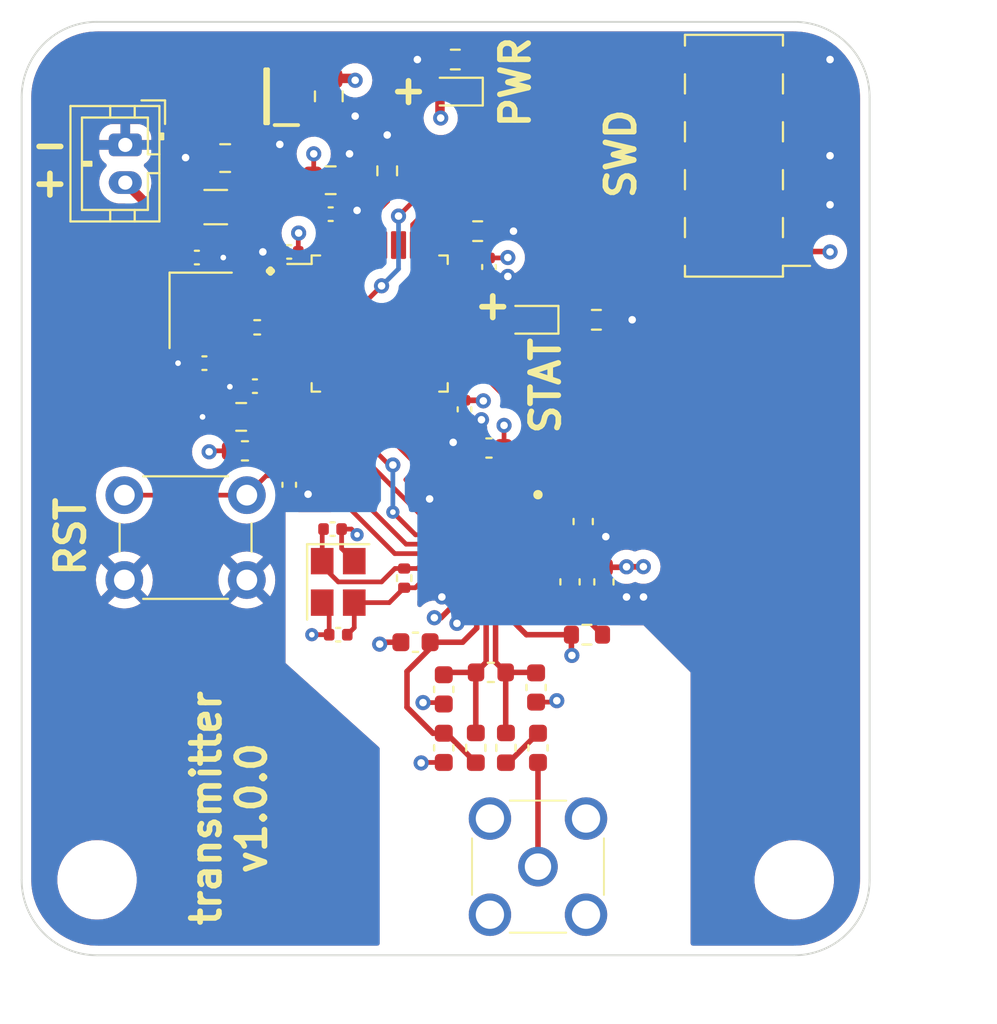
<source format=kicad_pcb>
(kicad_pcb (version 20211014) (generator pcbnew)
  (layers (0 "F.Cu" signal) (1 "In1.Cu" signal) (2 "In2.Cu" signal) (31 "B.Cu" signal) (34 "B.Paste" user) (35 "F.Paste" user) (36 "B.SilkS" user "B.Silkscreen") (37 "F.SilkS" user "F.Silkscreen") (38 "B.Mask" user) (39 "F.Mask" user) (44 "Edge.Cuts" user))
  (net 0 "")
  (net 1 "GND")
  (net 2 "+3V3")
  (net 3 "Net-(C2-Pad1)")
  (net 4 "Net-(C3-Pad2)")
  (net 5 "XC1")
  (net 6 "XC2")
  (net 7 "Net-(C12-Pad1)")
  (net 8 "Net-(C10-Pad2)")
  (net 9 "Net-(C11-Pad1)")
  (net 10 "Net-(C13-Pad1)")
  (net 11 "Net-(C13-Pad2)")
  (net 12 "OSC_IN")
  (net 13 "Net-(C20-Pad1)")
  (net 14 "+3.3VA")
  (net 15 "NRST")
  (net 16 "Net-(D1-Pad1)")
  (net 17 "Net-(D2-Pad1)")
  (net 18 "STATUS")
  (net 19 "+3V7")
  (net 20 "TRX_CE")
  (net 21 "PWR_UP")
  (net 22 "UPCLK")
  (net 23 "CD")
  (net 24 "AM")
  (net 25 "DR")
  (net 26 "SPI_MISO")
  (net 27 "SPI_MOSI")
  (net 28 "SPI_SCK")
  (net 29 "SPI_CSN")
  (net 30 "Net-(IC1-Pad23)")
  (net 31 "TX_EN")
  (net 33 "SWDIO")
  (net 34 "SWCLK")
  (net 35 "SWO")
  (net 38 "BOOT0")
  (net 39 "OSC_OUT")
  (net 40 "BOOT1")
  (footprint "Capacitor_SMD:C_0603_1608Metric" (layer "F.Cu") (at 68.4 60.5 -90)
    (fp_text reference "C12")
    (fp_text value "2.2p/0603")
  )
  (footprint "Crystal:Crystal_SMD_3225-4Pin_3.2x2.5mm" (layer "F.Cu") (at 62.8 51.7 -90)
    (fp_text reference "X1")
    (fp_text value "16MHZ")
  )
  (footprint "Capacitor_SMD:C_0402_1005Metric" (layer "F.Cu") (at 70.8 35 -90)
    (fp_text reference "C16")
    (fp_text value "100n/0402")
  )
  (footprint "Capacitor_SMD:C_0603_1608Metric" (layer "F.Cu") (at 73.3 57.3 90)
    (fp_text reference "C10")
    (fp_text value "3.9p/0603")
  )
  (footprint "Fiducial:Fiducial_1mm_Mask2mm" (layer "F.Cu") (at 50 37)
    (fp_text reference "FID1")
    (fp_text value "Fiducial")
  )
  (footprint "Capacitor_SMD:C_0805_2012Metric" (layer "F.Cu") (at 56.8 29.225 180)
    (fp_text reference "C2")
    (fp_text value "10u/0805")
  )
  (footprint "Resistor_SMD:R_0603_1608Metric" (layer "F.Cu") (at 69.0125 24 180)
    (fp_text reference "R3")
    (fp_text value "1k5/0603")
  )
  (footprint "Capacitor_SMD:C_0805_2012Metric" (layer "F.Cu") (at 57.65 42.95 180)
    (fp_text reference "C21")
    (fp_text value "10u/0805")
  )
  (footprint "Capacitor_SMD:C_0402_1005Metric" (layer "F.Cu") (at 55.7 40.1 180)
    (fp_text reference "C20")
    (fp_text value "10p/0402")
  )
  (footprint "LED_SMD:LED_0603_1608Metric" (layer "F.Cu") (at 68.9875 25.7 180)
    (fp_text reference "D1")
    (fp_text value "RED")
  )
  (footprint "Resistor_SMD:R_0603_1608Metric" (layer "F.Cu") (at 70.2 33.1)
    (fp_text reference "R6")
    (fp_text value "10k/0603")
  )
  (footprint "MountingHole:MountingHole_3.2mm_M3" (layer "F.Cu") (at 87 67.5)
    (fp_text reference "H4")
    (fp_text value "MountingHole")
  )
  (footprint "Connector_JST:JST_PH_B2B-PH-K_1x02_P2.00mm_Vertical" (layer "F.Cu") (at 51.5 28.525 -90)
    (fp_text reference "J1")
    (fp_text value "Battery input")
  )
  (footprint "Capacitor_SMD:C_0603_1608Metric" (layer "F.Cu") (at 76.9 51.7 -90)
    (fp_text reference "C6")
    (fp_text value "33p/0603")
  )
  (footprint "Capacitor_SMD:C_0603_1608Metric" (layer "F.Cu") (at 75.8 48.5 90)
    (fp_text reference "C3")
    (fp_text value "10n/0603")
  )
  (footprint "Resistor_SMD:R_0603_1608Metric" (layer "F.Cu") (at 65.4 29.9 90)
    (fp_text reference "R4")
    (fp_text value "10k/0603")
  )
  (footprint "Capacitor_SMD:C_0402_1005Metric" (layer "F.Cu") (at 62.4 32.2)
    (fp_text reference "C15")
    (fp_text value "100n/0402")
  )
  (footprint "Capacitor_SMD:C_0402_1005Metric" (layer "F.Cu") (at 60.2 34.2 180)
    (fp_text reference "C17")
    (fp_text value "100n/0402")
  )
  (footprint "MountingHole:MountingHole_3.2mm_M3" (layer "F.Cu") (at 50 67.5)
    (fp_text reference "H1")
    (fp_text value "MountingHole")
  )
  (footprint "Fiducial:Fiducial_1mm_Mask2mm" (layer "F.Cu") (at 50 61.4)
    (fp_text reference "FID3")
    (fp_text value "Fiducial")
  )
  (footprint "Inductor_SMD:L_0603_1608Metric" (layer "F.Cu") (at 70.1 60.5 90)
    (fp_text reference "L3")
    (fp_text value "12n/0603")
  )
  (footprint "Inductor_SMD:L_0603_1608Metric" (layer "F.Cu") (at 57.85 44.75)
    (fp_text reference "FB1")
    (fp_text value "100@100MHz/0603")
  )
  (footprint "Fiducial:Fiducial_1mm_Mask2mm" (layer "F.Cu") (at 87.2 39)
    (fp_text reference "FID2")
    (fp_text value "Fiducial")
  )
  (footprint "Crystal:Crystal_SMD_3225-4Pin_3.2x2.5mm" (layer "F.Cu") (at 55.5 37.3 -90)
    (fp_text reference "X2")
    (fp_text value "16MHZ")
  )
  (footprint "Resistor_SMD:R_0402_1005Metric" (layer "F.Cu") (at 66.3 51.5 90)
    (fp_text reference "R1")
    (fp_text value "1M/0402")
  )
  (footprint "Inductor_SMD:L_0603_1608Metric" (layer "F.Cu") (at 70.9 56.5 180)
    (fp_text reference "L1")
    (fp_text value "12n/0603")
  )
  (footprint "Capacitor_SMD:C_0603_1608Metric" (layer "F.Cu") (at 75.1 51.7 -90)
    (fp_text reference "C9")
    (fp_text value "4.7n/0603")
  )
  (footprint "CONREVSMA001:CONREVSMA001G" (layer "F.Cu") (at 73.4 66.8)
    (fp_text reference "J2")
    (fp_text value "CONREVSMA001-G" hide)
  )
  (footprint "nrf905:nrf905" (layer "F.Cu") (at 70.9 49.95 -90)
    (fp_text reference "IC1")
    (fp_text value "nRF905" hide)
  )
  (footprint "Resistor_SMD:R_0603_1608Metric" (layer "F.Cu") (at 76.5 37.8)
    (fp_text reference "R7")
    (fp_text value "1k5/0603")
  )
  (footprint "Fiducial:Fiducial_1mm_Mask2mm" (layer "F.Cu") (at 87 61)
    (fp_text reference "FID4")
    (fp_text value "Fiducial")
  )
  (footprint "Resistor_SMD:R_0402_1005Metric" (layer "F.Cu") (at 58.5 38.2)
    (fp_text reference "R5")
    (fp_text value "47R/0402")
  )
  (footprint "Capacitor_SMD:C_0805_2012Metric" (layer "F.Cu") (at 62.4 30.4)
    (fp_text reference "C14")
    (fp_text value "10u/0805")
  )
  (footprint "Resistor_SMD:R_0603_1608Metric" (layer "F.Cu") (at 76 54.5 180)
    (fp_text reference "R2")
    (fp_text value "22k/0603")
  )
  (footprint "Button_Switch_THT:SW_PUSH_6mm" (layer "F.Cu") (at 51.45 47.1)
    (fp_text reference "SW1")
    (fp_text value "SW_Push")
  )
  (footprint "Capacitor_SMD:C_0603_1608Metric" (layer "F.Cu") (at 73.4 60.5 -90)
    (fp_text reference "C13")
    (fp_text value "33p/0603")
  )
  (footprint "Inductor_SMD:L_0603_1608Metric" (layer "F.Cu") (at 71.7 60.5 -90)
    (fp_text reference "L2")
    (fp_text value "12n/0603")
  )
  (footprint "Capacitor_SMD:C_0805_2012Metric" (layer "F.Cu") (at 62.3 25.95 -90)
    (fp_text reference "C8")
    (fp_text value "10u/0805")
  )
  (footprint "MCP1700T-3302E_TT:MCP1700T-3302E_TT" (layer "F.Cu") (at 59 25.95 180)
    (fp_text reference "IC2")
    (fp_text value "MCP1700T-3302E_TT" hide)
  )
  (footprint "Capacitor_SMD:C_0402_1005Metric" (layer "F.Cu") (at 62.5 48.9)
    (fp_text reference "C4")
    (fp_text value "10p/0402")
  )
  (footprint "Package_QFP:LQFP-48_7x7mm_P0.5mm" (layer "F.Cu") (at 65 38)
    (fp_text reference "U1")
    (fp_text value "STM32F103C8Tx")
  )
  (footprint "Capacitor_SMD:C_0603_1608Metric" (layer "F.Cu") (at 66.9 54.9 180)
    (fp_text reference "C7")
    (fp_text value "3.3n/0603")
  )
  (footprint "LED_SMD:LED_0603_1608Metric" (layer "F.Cu") (at 73 37.8 180)
    (fp_text reference "D2")
    (fp_text value "RED")
  )
  (footprint "Capacitor_SMD:C_0402_1005Metric" (layer "F.Cu") (at 55.3 34.5)
    (fp_text reference "C19")
    (fp_text value "10p/0402")
  )
  (footprint "Connector_PinHeader_2.54mm:PinHeader_2x05_P2.54mm_Vertical_SMD" (layer "F.Cu") (at 83.8 29.1 180)
    (fp_text reference "J3")
    (fp_text value "SWD")
  )
  (footprint "Capacitor_SMD:C_0402_1005Metric" (layer "F.Cu") (at 69.5 42.55 -90)
    (fp_text reference "C18")
    (fp_text value "100n/0402")
  )
  (footprint "Capacitor_SMD:C_0402_1005Metric" (layer "F.Cu") (at 60.2 46.55 -90)
    (fp_text reference "C23")
    (fp_text value "100n/0402")
  )
  (footprint "Capacitor_SMD:C_0603_1608Metric" (layer "F.Cu") (at 70.8 44.6)
    (fp_text reference "C1")
    (fp_text value "33p/0603")
  )
  (footprint "Capacitor_SMD:C_0402_1005Metric" (layer "F.Cu") (at 62.8 54.5 180)
    (fp_text reference "C5")
    (fp_text value "10p/0402")
  )
  (footprint "Capacitor_SMD:C_0402_1005Metric" (layer "F.Cu") (at 58.38 41.32 180)
    (fp_text reference "C22")
    (fp_text value "10n/0402")
  )
  (footprint "Capacitor_SMD:C_0603_1608Metric" (layer "F.Cu") (at 68.4 57.4 -90)
    (fp_text reference "C11")
    (fp_text value "3.9p/0603")
  )
  (footprint "Fuse:Fuse_1206_3216Metric" (layer "F.Cu") (at 56.3 31.825)
    (fp_text reference "F1")
    (fp_text value "ASMD1206-050")
  )
  (gr_arc (start 46 26) (mid 47.171573 23.171573) (end 50 22) (layer "Edge.Cuts") (width 0.1))
  (gr_line (start 91 26) (end 91 67.5) (layer "Edge.Cuts") (width 0.1))
  (gr_line (start 87 71.5) (end 50 71.5) (layer "Edge.Cuts") (width 0.1))
  (gr_arc (start 87 22) (mid 89.828427 23.171573) (end 91 26) (layer "Edge.Cuts") (width 0.1))
  (gr_line (start 46 67.5) (end 46 26) (layer "Edge.Cuts") (width 0.1))
  (gr_arc (start 50 71.5) (mid 47.171573 70.328427) (end 46 67.5) (layer "Edge.Cuts") (width 0.1))
  (gr_line (start 50 22) (end 87 22) (layer "Edge.Cuts") (width 0.1))
  (gr_arc (start 91 67.5) (mid 89.828427 70.328427) (end 87 71.5) (layer "Edge.Cuts") (width 0.1))
  (gr_text "transmitter\nv1.0.0" (at 57 63.7 90) (layer "F.SilkS") (effects (font (size 1.5 1.5) (thickness 0.3))))
  (gr_text "+" (at 71 37) (layer "F.SilkS") (effects (font (size 1.5 1.5) (thickness 0.3))))
  (gr_text "RST" (at 48.6 49.3 90) (layer "F.SilkS") (effects (font (size 1.5 1.5) (thickness 0.3))))
  (gr_text "." (at 59.2 34.4) (layer "F.SilkS") (effects (font (size 2 2) (thickness 0.3))))
  (gr_text "PWR" (at 72.2 25.2 90) (layer "F.SilkS") (effects (font (size 1.5 1.5) (thickness 0.3))))
  (gr_text "+" (at 47.5 30.5) (layer "F.SilkS") (effects (font (size 1.5 1.5) (thickness 0.3))))
  (gr_text "SWD" (at 77.8 29 90) (layer "F.SilkS") (effects (font (size 1.5 1.5) (thickness 0.3))))
  (gr_text "-" (at 47.5 28.5) (layer "F.SilkS") (effects (font (size 1.5 1.5) (thickness 0.3))))
  (gr_text "STAT" (at 73.8 41.3 90) (layer "F.SilkS") (effects (font (size 1.5 1.5) (thickness 0.3))))
  (gr_text "+" (at 66.6375 25.7 270) (layer "F.SilkS") (effects (font (size 1.5 1.5) (thickness 0.3))))
  (segment (start 62.4 27) (end 62.3 26.9) (width 0.5) (layer "F.Cu") (net 1))
  (segment (start 86.385 31.7) (end 86.325 31.64) (width 0.29337) (layer "F.Cu") (net 1))
  (segment (start 67 24) (end 68.1875 24) (width 0.5) (layer "F.Cu") (net 1))
  (segment (start 60.05 26.9) (end 62.3 26.9) (width 0.5) (layer "F.Cu") (net 1))
  (segment (start 88.9 31.7) (end 86.385 31.7) (width 0.29337) (layer "F.Cu") (net 1))
  (segment (start 70.53 35.75) (end 70.8 35.48) (width 0.25) (layer "F.Cu") (net 1))
  (segment (start 70.8 35.48) (end 71.78 35.48) (width 0.25) (layer "F.Cu") (net 1))
  (segment (start 63.8 32) (end 63.08 32) (width 0.25) (layer "F.Cu") (net 1))
  (segment (start 61.18 47.03) (end 61.2 47.05) (width 0.25) (layer "F.Cu") (net 1))
  (segment (start 62.75 33.8375) (end 62.75 32.33) (width 0.25) (layer "F.Cu") (net 1))
  (segment (start 73.35 49.2) (end 75.725 49.2) (width 0.25) (layer "F.Cu") (net 1))
  (segment (start 68.3 52.5) (end 68.3 51.85) (width 0.25) (layer "F.Cu") (net 1))
  (segment (start 62.88 30.87) (end 63.35 30.4) (width 0.25) (layer "F.Cu") (net 1))
  (segment (start 63.4 30.35) (end 63.35 30.4) (width 0.25) (layer "F.Cu") (net 1))
  (segment (start 63.7 27) (end 62.4 27) (width 0.5) (layer "F.Cu") (net 1))
  (segment (start 76.925 52.5) (end 76.9 52.475) (width 0.29337) (layer "F.Cu") (net 1))
  (segment (start 70.65 47.5) (end 70.65 45.225) (width 0.3) (layer "F.Cu") (net 1))
  (segment (start 67.225 61.275) (end 67.2 61.3) (width 0.25) (layer "F.Cu") (net 1))
  (segment (start 67.3 58.1) (end 68.325 58.1) (width 0.25) (layer "F.Cu") (net 1))
  (segment (start 76.975 49.275) (end 77 49.3) (width 0.25) (layer "F.Cu") (net 1))
  (segment (start 69.1 53.9) (end 69.65 53.35) (width 0.29337) (layer "F.Cu") (net 1))
  (segment (start 75.025 52.4) (end 75.1 52.475) (width 0.3) (layer "F.Cu") (net 1))
  (segment (start 69.28048 43.24952) (end 69.5 43.03) (width 0.25) (layer "F.Cu") (net 1))
  (segment (start 68.9 44.3) (end 69.725 44.3) (width 0.25) (layer "F.Cu") (net 1))
  (segment (start 55.22 38.97) (end 54.65 38.4) (width 0.3) (layer "F.Cu") (net 1))
  (segment (start 62.75 32.33) (end 62.88 32.2) (width 0.25) (layer "F.Cu") (net 1))
  (segment (start 63.08 32) (end 62.88 32.2) (width 0.25) (layer "F.Cu") (net 1))
  (segment (start 62.32 54.5) (end 61.4 54.5) (width 0.25) (layer "F.Cu") (net 1))
  (segment (start 88.9 29.1) (end 86.325 29.1) (width 0.29337) (layer "F.Cu") (net 1))
  (segment (start 58.8 34.2) (end 59.72 34.2) (width 0.25) (layer "F.Cu") (net 1))
  (segment (start 62.32 53.17) (end 61.95 52.8) (width 0.25) (layer "F.Cu") (net 1))
  (segment (start 68.325 58.1) (end 68.4 58.175) (width 0.25) (layer "F.Cu") (net 1))
  (segment (start 67.65 47.3) (end 67.65 47.4) (width 0.25) (layer "F.Cu") (net 1))
  (segment (start 60.2 47.03) (end 61.18 47.03) (width 0.25) (layer "F.Cu") (net 1))
  (segment (start 75.1 52.475) (end 76.9 52.475) (width 0.3) (layer "F.Cu") (net 1))
  (segment (start 62.98 49.93) (end 63.65 50.6) (width 0.25) (layer "F.Cu") (net 1))
  (segment (start 69.65 53.35) (end 69.65 52.4) (width 0.29337) (layer "F.Cu") (net 1))
  (segment (start 69.725 44.3) (end 70.025 44.6) (width 0.25) (layer "F.Cu") (net 1))
  (segment (start 57.08 41.32) (end 57.05 41.35) (width 0.25) (layer "F.Cu") (net 1))
  (segment (start 75.725 49.2) (end 75.8 49.275) (width 0.25) (layer "F.Cu") (net 1))
  (segment (start 57.9 41.32) (end 57.08 41.32) (width 0.25) (layer "F.Cu") (net 1))
  (segment (start 67.25 43.000361) (end 67.499159 43.24952) (width 0.25) (layer "F.Cu") (net 1))
  (segment (start 75.175 54.5) (end 72.785556 54.5) (width 0.29337) (layer "F.Cu") (net 1))
  (segment (start 72.1 33.1) (end 71.025 33.1) (width 0.25) (layer "F.Cu") (net 1))
  (segment (start 77.325 37.8) (end 78.4 37.8) (width 0.25) (layer "F.Cu") (net 1))
  (segment (start 55.22 40.1) (end 55.22 38.97) (width 0.3) (layer "F.Cu") (net 1))
  (segment (start 67.499159 43.24952) (end 69.28048 43.24952) (width 0.25) (layer "F.Cu") (net 1))
  (segment (start 60.8375 38.75) (end 59.85 38.75) (width 0.25) (layer "F.Cu") (net 1))
  (segment (start 71.65 53.364443) (end 72.392778 54.107222) (width 0.29337) (layer "F.Cu") (net 1))
  (segment (start 68.3 51.85) (end 68.45 51.7) (width 0.25) (layer "F.Cu") (net 1))
  (segment (start 72.785556 54.5) (end 72.392778 54.107222) (width 0.29337) (layer "F.Cu") (net 1))
  (segment (start 57.9 40.7) (end 57.9 41.32) (width 0.25) (layer "F.Cu") (net 1))
  (segment (start 67.25 42.1625) (end 67.25 43.000361) (width 0.25) (layer "F.Cu") (net 1))
  (segment (start 67.65 47.4) (end 68.45 48.2) (width 0.25) (layer "F.Cu") (net 1))
  (segment (start 63.5 48.9) (end 63.8 49.2) (width 0.25) (layer "F.Cu") (net 1))
  (segment (start 55.78 34.5) (end 55.78 35.63) (width 0.3) (layer "F.Cu") (net 1))
  (segment (start 65.1 54.9) (end 65 55) (width 0.29337) (layer "F.Cu") (net 1))
  (segment (start 55.22 40.1) (end 54.3 40.1) (width 0.3) (layer "F.Cu") (net 1))
  (segment (start 66.125 54.9) (end 65.1 54.9) (width 0.29337) (layer "F.Cu") (net 1))
  (segment (start 59.7 28.5) (end 59.7 27.25) (width 0.5) (layer "F.Cu") (net 1))
  (segment (start 73.35 49.2) (end 73.35 51.2) (width 0.25) (layer "F.Cu") (net 1))
  (segment (start 70.33 43.03) (end 70.4 43.1) (width 0.25) (layer "F.Cu") (net 1))
  (segment (start 78.1 52.5) (end 76.925 52.5) (width 0.29337) (layer "F.Cu") (net 1))
  (segment (start 75.175 54.5) (end 75.175 55.575) (width 0.29337) (layer "F.Cu") (net 1))
  (segment (start 62.98 48.9) (end 62.98 49.93) (width 0.25) (layer "F.Cu") (net 1))
  (segment (start 59.7 27.25) (end 60.05 26.9) (width 0.5) (layer "F.Cu") (net 1))
  (segment (start 55.78 34.5) (end 56.7 34.5) (width 0.3) (layer "F.Cu") (net 1))
  (segment (start 69.5 43.03) (end 70.33 43.03) (width 0.25) (layer "F.Cu") (net 1))
  (segment (start 74.325 58.075) (end 74.4 58) (width 0.25) (layer "F.Cu") (net 1))
  (segment (start 56.7 42.95) (end 55.6 42.95) (width 0.25) (layer "F.Cu") (net 1))
  (segment (start 69.1625 35.75) (end 70.53 35.75) (width 0.25) (layer "F.Cu") (net 1))
  (segment (start 55.78 35.63) (end 56.35 36.2) (width 0.3) (layer "F.Cu") (net 1))
  (segment (start 70.65 45.225) (end 70.025 44.6) (width 0.3) (layer "F.Cu") (net 1))
  (segment (start 62.88 32.2) (end 62.88 30.87) (width 0.25) (layer "F.Cu") (net 1))
  (segment (start 73.3 58.075) (end 74.325 58.075) (width 0.25) (layer "F.Cu") (net 1))
  (segment (start 54.7 29.2) (end 55.825 29.2) (width 0.25) (layer "F.Cu") (net 1))
  (segment (start 79 52.5) (end 78.1 52.5) (width 0.29337) (layer "F.Cu") (net 1))
  (segment (start 71.65 52.4) (end 71.65 53.364443) (width 0.29337) (layer "F.Cu") (net 1))
  (segment (start 62.32 54.5) (end 62.32 53.17) (width 0.25) (layer "F.Cu") (net 1))
  (segment (start 63.4 29) (end 63.4 30.35) (width 0.25) (layer "F.Cu") (net 1))
  (segment (start 62.98 48.9) (end 63.5 48.9) (width 0.25) (layer "F.Cu") (net 1))
  (segment (start 75.8 49.275) (end 76.975 49.275) (width 0.25) (layer "F.Cu") (net 1))
  (segment (start 68.4 61.275) (end 67.225 61.275) (width 0.25) (layer "F.Cu") (net 1))
  (segment (start 86.345 24) (end 86.325 24.02) (width 0.29337) (layer "F.Cu") (net 1))
  (segment (start 55.825 29.2) (end 55.85 29.225) (width 0.25) (layer "F.Cu") (net 1))
  (segment (start 65.4 28) (end 65.4 29.075) (width 0.25) (layer "F.Cu") (net 1))
  (segment (start 75.175 55.575) (end 75.2 55.6) (width 0.29337) (layer "F.Cu") (net 1))
  (segment (start 59.85 38.75) (end 57.9 40.7) (width 0.25) (layer "F.Cu") (net 1))
  (segment (start 72.65 52.4) (end 75.025 52.4) (width 0.3) (layer "F.Cu") (net 1))
  (segment (start 88.9 24) (end 86.345 24) (width 0.29337) (layer "F.Cu") (net 1))
  (segment (start 71.78 35.48) (end 71.8 35.5) (width 0.25) (layer "F.Cu") (net 1))
  (via (at 54.3 40.1) (size 0.7) (drill 0.3) (layers "F.Cu" "B.Cu") (net 1))
  (via (at 63.4 29) (size 0.8) (drill 0.4) (layers "F.Cu" "B.Cu") (net 1))
  (via (at 75.2 55.6) (size 0.8) (drill 0.4) (layers "F.Cu" "B.Cu") (net 1))
  (via (at 61.2 47.05) (size 0.8) (drill 0.4) (layers "F.Cu" "B.Cu") (net 1))
  (via (at 65 55) (size 0.8) (drill 0.4) (layers "F.Cu" "B.Cu") (net 1))
  (via (at 88.9 31.7) (size 0.8) (drill 0.4) (layers "F.Cu" "B.Cu") (net 1))
  (via (at 61.4 54.5) (size 0.7) (drill 0.3) (layers "F.Cu" "B.Cu") (net 1))
  (via (at 72.1 33.1) (size 0.8) (drill 0.4) (layers "F.Cu" "B.Cu") (net 1))
  (via (at 54.7 29.2) (size 0.8) (drill 0.4) (layers "F.Cu" "B.Cu") (net 1))
  (via (at 67.65 47.3) (size 0.8) (drill 0.4) (layers "F.Cu" "B.Cu") (net 1))
  (via (at 59.7 28.5) (size 0.8) (drill 0.4) (layers "F.Cu" "B.Cu") (net 1))
  (via (at 69.1 53.9) (size 0.8) (drill 0.4) (layers "F.Cu" "B.Cu") (net 1))
  (via (at 65.4 28) (size 0.8) (drill 0.4) (layers "F.Cu" "B.Cu") (net 1))
  (via (at 88.9 29.1) (size 0.8) (drill 0.4) (layers "F.Cu" "B.Cu") (net 1))
  (via (at 68.3 52.5) (size 0.8) (drill 0.4) (layers "F.Cu" "B.Cu") (net 1))
  (via (at 71.8 35.5) (size 0.8) (drill 0.4) (layers "F.Cu" "B.Cu") (net 1))
  (via (at 67.3 58.1) (size 0.8) (drill 0.4) (layers "F.Cu" "B.Cu") (net 1))
  (via (at 58.8 34.2) (size 0.8) (drill 0.4) (layers "F.Cu" "B.Cu") (net 1))
  (via (at 78.4 37.8) (size 0.8) (drill 0.4) (layers "F.Cu" "B.Cu") (net 1))
  (via (at 63.7 27) (size 0.8) (drill 0.4) (layers "F.Cu" "B.Cu") (net 1))
  (via (at 63.8 49.2) (size 0.7) (drill 0.3) (layers "F.Cu" "B.Cu") (net 1))
  (via (at 78.1 52.5) (size 0.8) (drill 0.4) (layers "F.Cu" "B.Cu") (net 1))
  (via (at 67.2 61.3) (size 0.8) (drill 0.4) (layers "F.Cu" "B.Cu") (net 1))
  (via (at 55.6 42.95) (size 0.7) (drill 0.3) (layers "F.Cu" "B.Cu") (net 1))
  (via (at 56.7 34.5) (size 0.7) (drill 0.3) (layers "F.Cu" "B.Cu") (net 1))
  (via (at 63.8 32) (size 0.8) (drill 0.4) (layers "F.Cu" "B.Cu") (net 1))
  (via (at 88.9 24) (size 0.8) (drill 0.4) (layers "F.Cu" "B.Cu") (net 1))
  (via (at 79 52.5) (size 0.8) (drill 0.4) (layers "F.Cu" "B.Cu") (net 1))
  (via (at 70.4 43.1) (size 0.8) (drill 0.4) (layers "F.Cu" "B.Cu") (net 1))
  (via (at 67 24) (size 0.8) (drill 0.4) (layers "F.Cu" "B.Cu") (net 1))
  (via (at 57.05 41.35) (size 0.7) (drill 0.3) (layers "F.Cu" "B.Cu") (net 1))
  (via (at 77 49.3) (size 0.8) (drill 0.4) (layers "F.Cu" "B.Cu") (net 1))
  (via (at 68.9 44.3) (size 0.8) (drill 0.4) (layers "F.Cu" "B.Cu") (net 1))
  (via (at 74.4 58) (size 0.8) (drill 0.4) (layers "F.Cu" "B.Cu") (net 1))
  (segment (start 60.8375 34.3575) (end 60.68 34.2) (width 0.25) (layer "F.Cu") (net 2))
  (segment (start 67.8425 42.07) (end 67.75 42.1625) (width 0.3) (layer "F.Cu") (net 2))
  (segment (start 57.0625 44.75) (end 56 44.75) (width 0.25) (layer "F.Cu") (net 2))
  (segment (start 61.45 30.4) (end 61.45 31.73) (width 0.25) (layer "F.Cu") (net 2))
  (segment (start 88.88 34.18) (end 88.9 34.2) (width 0.29337) (layer "F.Cu") (net 2))
  (segment (start 78.075 50.925) (end 78.1 50.9) (width 0.3) (layer "F.Cu") (net 2))
  (segment (start 70.8 34.52) (end 71.78 34.52) (width 0.25) (layer "F.Cu") (net 2))
  (segment (start 76.9 50.925) (end 78.075 50.925) (width 0.3) (layer "F.Cu") (net 2))
  (segment (start 71.6 44.575) (end 71.575 44.6) (width 0.25) (layer "F.Cu") (net 2))
  (segment (start 62.25 33.8375) (end 62.25 32.53) (width 0.25) (layer "F.Cu") (net 2))
  (segment (start 71.15 47.5) (end 71.15 45.025) (width 0.3) (layer "F.Cu") (net 2))
  (segment (start 75.1 50.925) (end 76.9 50.925) (width 0.3) (layer "F.Cu") (net 2))
  (segment (start 69.15 52.705282) (end 69.15 52.4) (width 0.29337) (layer "F.Cu") (net 2))
  (segment (start 60.05 25) (end 62.3 25) (width 0.5) (layer "F.Cu") (net 2))
  (segment (start 68.255282 53.6) (end 69.15 52.705282) (width 0.29337) (layer "F.Cu") (net 2))
  (segment (start 61.5 30.35) (end 61.45 30.4) (width 0.25) (layer "F.Cu") (net 2))
  (segment (start 61.45 31.73) (end 61.92 32.2) (width 0.25) (layer "F.Cu") (net 2))
  (segment (start 63.6 25) (end 63.7 25.1) (width 0.5) (layer "F.Cu") (net 2))
  (segment (start 86.325 34.18) (end 88.88 34.18) (width 0.29337) (layer "F.Cu") (net 2))
  (segment (start 62.25 32.53) (end 61.92 32.2) (width 0.25) (layer "F.Cu") (net 2))
  (segment (start 62.3 25) (end 63.6 25) (width 0.5) (layer "F.Cu") (net 2))
  (segment (start 69.5 42.07) (end 67.8425 42.07) (width 0.3) (layer "F.Cu") (net 2))
  (segment (start 69.5 42.07) (end 70.47 42.07) (width 0.3) (layer "F.Cu") (net 2))
  (segment (start 56 44.75) (end 55.95 44.8) (width 0.25) (layer "F.Cu") (net 2))
  (segment (start 70.8 34.52) (end 69.8925 34.52) (width 0.25) (layer "F.Cu") (net 2))
  (segment (start 78.1 50.9) (end 78.985887 50.9) (width 0.3) (layer "F.Cu") (net 2))
  (segment (start 60.68 34.2) (end 60.68 33.22) (width 0.25) (layer "F.Cu") (net 2))
  (segment (start 71.6 43.4) (end 71.6 44.575) (width 0.25) (layer "F.Cu") (net 2))
  (segment (start 71.78 34.52) (end 71.8 34.5) (width 0.25) (layer "F.Cu") (net 2))
  (segment (start 67.9 53.6) (end 68.255282 53.6) (width 0.29337) (layer "F.Cu") (net 2))
  (segment (start 68.2 25.7) (end 68.2 27.0625) (width 0.5) (layer "F.Cu") (net 2))
  (segment (start 61.5 29) (end 61.5 30.35) (width 0.25) (layer "F.Cu") (net 2))
  (segment (start 60.68 33.22) (end 60.7 33.2) (width 0.25) (layer "F.Cu") (net 2))
  (segment (start 74.325 51.7) (end 75.1 50.925) (width 0.3) (layer "F.Cu") (net 2))
  (segment (start 68.2 27.0625) (end 68.2375 27.1) (width 0.5) (layer "F.Cu") (net 2))
  (segment (start 78.985887 50.9) (end 78.992988 50.892899) (width 0.3) (layer "F.Cu") (net 2))
  (segment (start 73.35 51.7) (end 74.325 51.7) (width 0.3) (layer "F.Cu") (net 2))
  (segment (start 60.8375 35.25) (end 60.8375 34.3575) (width 0.25) (layer "F.Cu") (net 2))
  (segment (start 70.47 42.07) (end 70.5 42.1) (width 0.3) (layer "F.Cu") (net 2))
  (segment (start 69.8925 34.52) (end 69.1625 35.25) (width 0.25) (layer "F.Cu") (net 2))
  (via (at 78.992988 50.892899) (size 0.8) (drill 0.4) (layers "F.Cu" "B.Cu") (net 2))
  (via (at 63.7 25.1) (size 0.8) (drill 0.4) (layers "F.Cu" "B.Cu") (net 2))
  (via (at 78.1 50.9) (size 0.8) (drill 0.4) (layers "F.Cu" "B.Cu") (net 2))
  (via (at 61.5 29) (size 0.8) (drill 0.4) (layers "F.Cu" "B.Cu") (net 2))
  (via (at 88.9 34.2) (size 0.8) (drill 0.4) (layers "F.Cu" "B.Cu") (net 2))
  (via (at 71.6 43.4) (size 0.8) (drill 0.4) (layers "F.Cu" "B.Cu") (net 2))
  (via (at 68.2375 27.1) (size 0.8) (drill 0.4) (layers "F.Cu" "B.Cu") (net 2))
  (via (at 55.95 44.8) (size 0.8) (drill 0.4) (layers "F.Cu" "B.Cu") (net 2))
  (via (at 60.7 33.2) (size 0.8) (drill 0.4) (layers "F.Cu" "B.Cu") (net 2))
  (via (at 71.8 34.5) (size 0.8) (drill 0.4) (layers "F.Cu" "B.Cu") (net 2))
  (via (at 67.9 53.6) (size 0.8) (drill 0.4) (layers "F.Cu" "B.Cu") (net 2))
  (via (at 70.5 42.1) (size 0.8) (drill 0.4) (layers "F.Cu" "B.Cu") (net 2))
  (segment (start 57.75 29.225) (end 57.75 26.15) (width 0.5) (layer "F.Cu") (net 3))
  (segment (start 57.7 31.825) (end 57.7 29.275) (width 0.5) (layer "F.Cu") (net 3))
  (segment (start 57.7 29.275) (end 57.75 29.225) (width 0.5) (layer "F.Cu") (net 3))
  (segment (start 57.75 26.15) (end 57.95 25.95) (width 0.5) (layer "F.Cu") (net 3))
  (segment (start 74.825 48.7) (end 75.8 47.725) (width 0.25) (layer "F.Cu") (net 4))
  (segment (start 73.35 48.7) (end 74.825 48.7) (width 0.25) (layer "F.Cu") (net 4))
  (segment (start 62.8 51.7) (end 61.95 50.85) (width 0.25) (layer "F.Cu") (net 5))
  (segment (start 66.3 50.99) (end 65.81 50.99) (width 0.25) (layer "F.Cu") (net 5))
  (segment (start 67.3 50.7) (end 68.45 50.7) (width 0.25) (layer "F.Cu") (net 5))
  (segment (start 61.95 50.6) (end 61.95 48.97) (width 0.25) (layer "F.Cu") (net 5))
  (segment (start 67.01 50.99) (end 67.3 50.7) (width 0.25) (layer "F.Cu") (net 5))
  (segment (start 65.81 50.99) (end 65.1 51.7) (width 0.25) (layer "F.Cu") (net 5))
  (segment (start 61.95 50.85) (end 61.95 50.6) (width 0.25) (layer "F.Cu") (net 5))
  (segment (start 65.1 51.7) (end 62.8 51.7) (width 0.25) (layer "F.Cu") (net 5))
  (segment (start 66.3 50.99) (end 67.01 50.99) (width 0.25) (layer "F.Cu") (net 5))
  (segment (start 61.95 48.97) (end 62.02 48.9) (width 0.25) (layer "F.Cu") (net 5))
  (segment (start 65.51 52.8) (end 63.65 52.8) (width 0.25) (layer "F.Cu") (net 6))
  (segment (start 66.3 52.01) (end 66.89 52.01) (width 0.25) (layer "F.Cu") (net 6))
  (segment (start 66.89 52.01) (end 67.7 51.2) (width 0.25) (layer "F.Cu") (net 6))
  (segment (start 67.7 51.2) (end 68.45 51.2) (width 0.25) (layer "F.Cu") (net 6))
  (segment (start 63.65 52.8) (end 63.65 54.13) (width 0.25) (layer "F.Cu") (net 6))
  (segment (start 63.65 54.13) (end 63.28 54.5) (width 0.25) (layer "F.Cu") (net 6))
  (segment (start 66.3 52.01) (end 65.51 52.8) (width 0.25) (layer "F.Cu") (net 6))
  (segment (start 66.45 56.45) (end 67.675 55.225) (width 0.29337) (layer "F.Cu") (net 7))
  (segment (start 68.4 59.725) (end 67.825 59.725) (width 0.29337) (layer "F.Cu") (net 7))
  (segment (start 66.45 56.45) (end 66.45 58.35) (width 0.29337) (layer "F.Cu") (net 7))
  (segment (start 68.5375 59.725) (end 70.1 61.2875) (width 0.29337) (layer "F.Cu") (net 7))
  (segment (start 67.675 55.225) (end 67.675 54.9) (width 0.29337) (layer "F.Cu") (net 7))
  (segment (start 67.825 59.725) (end 66.45 58.35) (width 0.29337) (layer "F.Cu") (net 7))
  (segment (start 70.15 54.15) (end 70.15 52.4) (width 0.29337) (layer "F.Cu") (net 7))
  (segment (start 69.4 54.9) (end 70.15 54.15) (width 0.29337) (layer "F.Cu") (net 7))
  (segment (start 68.4 59.725) (end 68.5375 59.725) (width 0.29337) (layer "F.Cu") (net 7))
  (segment (start 67.675 54.9) (end 69.4 54.9) (width 0.29337) (layer "F.Cu") (net 7))
  (segment (start 71.15 52.4) (end 71.15 55.9625) (width 0.29337) (layer "F.Cu") (net 8))
  (segment (start 71.6875 59.7) (end 71.7 59.7125) (width 0.29337) (layer "F.Cu") (net 8))
  (segment (start 71.6875 56.5) (end 71.6875 59.7) (width 0.29337) (layer "F.Cu") (net 8))
  (segment (start 71.6875 56.5) (end 73.275 56.5) (width 0.29337) (layer "F.Cu") (net 8))
  (segment (start 71.15 55.9625) (end 71.6875 56.5) (width 0.29337) (layer "F.Cu") (net 8))
  (segment (start 73.275 56.5) (end 73.3 56.525) (width 0.29337) (layer "F.Cu") (net 8))
  (segment (start 68.525 56.5) (end 68.4 56.625) (width 0.29337) (layer "F.Cu") (net 9))
  (segment (start 70.1 59.7125) (end 70.1 56.5125) (width 0.29337) (layer "F.Cu") (net 9))
  (segment (start 70.1125 56.5) (end 68.525 56.5) (width 0.29337) (layer "F.Cu") (net 9))
  (segment (start 70.65 55.9625) (end 70.1125 56.5) (width 0.29337) (layer "F.Cu") (net 9))
  (segment (start 70.1 56.5125) (end 70.1125 56.5) (width 0.29337) (layer "F.Cu") (net 9))
  (segment (start 70.65 52.4) (end 70.65 55.9625) (width 0.29337) (layer "F.Cu") (net 9))
  (segment (start 71.8375 61.2875) (end 73.4 59.725) (width 0.29337) (layer "F.Cu") (net 10))
  (segment (start 71.7 61.2875) (end 71.8375 61.2875) (width 0.29337) (layer "F.Cu") (net 10))
  (segment (start 73.4 61.275) (end 73.4 66.8) (width 0.29337) (layer "F.Cu") (net 11))
  (segment (start 54.65 36.2) (end 54.65 36.3) (width 0.25) (layer "F.Cu") (net 12))
  (segment (start 54.65 36.3) (end 55.6 37.25) (width 0.25) (layer "F.Cu") (net 12))
  (segment (start 54.82 34.5) (end 54.82 36.03) (width 0.25) (layer "F.Cu") (net 12))
  (segment (start 54.82 36.03) (end 54.65 36.2) (width 0.25) (layer "F.Cu") (net 12))
  (segment (start 55.6 37.25) (end 60.8375 37.25) (width 0.25) (layer "F.Cu") (net 12))
  (segment (start 57.99 38.3) (end 56.35 38.3) (width 0.25) (layer "F.Cu") (net 13))
  (segment (start 56.18 40.1) (end 56.18 38.57) (width 0.25) (layer "F.Cu") (net 13))
  (segment (start 56.18 38.57) (end 56.35 38.4) (width 0.25) (layer "F.Cu") (net 13))
  (segment (start 60.000489 39.25) (end 60.8375 39.25) (width 0.25) (layer "F.Cu") (net 14))
  (segment (start 58.86 40.390489) (end 60.000489 39.25) (width 0.25) (layer "F.Cu") (net 14))
  (segment (start 58.86 41.32) (end 58.86 44.5275) (width 0.25) (layer "F.Cu") (net 14))
  (segment (start 58.86 44.5275) (end 58.6375 44.75) (width 0.25) (layer "F.Cu") (net 14))
  (segment (start 58.86 41.32) (end 58.86 40.390489) (width 0.25) (layer "F.Cu") (net 14))
  (segment (start 74.28 24.02) (end 81.275 24.02) (width 0.25) (layer "F.Cu") (net 15))
  (segment (start 63.3 39.8) (end 62.25 40.85) (width 0.25) (layer "F.Cu") (net 15))
  (segment (start 65.1 36) (end 62.85 38.25) (width 0.25) (layer "F.Cu") (net 15))
  (segment (start 60.2 46.07) (end 58.98 46.07) (width 0.25) (layer "F.Cu") (net 15))
  (segment (start 62.05 38.25) (end 60.8375 38.25) (width 0.25) (layer "F.Cu") (net 15))
  (segment (start 62.65 38.25) (end 62.05 38.25) (width 0.25) (layer "F.Cu") (net 15))
  (segment (start 58.98 46.07) (end 57.95 47.1) (width 0.25) (layer "F.Cu") (net 15))
  (segment (start 60.2 42.9) (end 60.2 46.07) (width 0.25) (layer "F.Cu") (net 15))
  (segment (start 62.25 40.85) (end 60.2 42.9) (width 0.25) (layer "F.Cu") (net 15))
  (segment (start 57.95 47.1) (end 51.45 47.1) (width 0.25) (layer "F.Cu") (net 15))
  (segment (start 66 32.3) (end 74.28 24.02) (width 0.25) (layer "F.Cu") (net 15))
  (segment (start 63.3 38.9) (end 63.3 39.8) (width 0.25) (layer "F.Cu") (net 15))
  (segment (start 62.85 38.25) (end 62.65 38.25) (width 0.25) (layer "F.Cu") (net 15))
  (segment (start 62.65 38.25) (end 63.3 38.9) (width 0.25) (layer "F.Cu") (net 15))
  (via (at 65.1 36) (size 0.8) (drill 0.4) (layers "F.Cu" "B.Cu") (net 15))
  (via (at 66 32.3) (size 0.8) (drill 0.4) (layers "F.Cu" "B.Cu") (net 15))
  (segment (start 66 32.3) (end 66 35.1) (width 0.25) (layer "B.Cu") (net 15))
  (segment (start 66 35.1) (end 65.1 36) (width 0.25) (layer "B.Cu") (net 15))
  (segment (start 69.8375 24) (end 69.8375 25.6375) (width 0.5) (layer "F.Cu") (net 16))
  (segment (start 69.8375 25.6375) (end 69.775 25.7) (width 0.5) (layer "F.Cu") (net 16))
  (segment (start 73.7875 37.8) (end 75.675 37.8) (width 0.25) (layer "F.Cu") (net 17))
  (segment (start 69.1625 37.25) (end 71.6625 37.25) (width 0.25) (layer "F.Cu") (net 18))
  (segment (start 71.6625 37.25) (end 72.2125 37.8) (width 0.25) (layer "F.Cu") (net 18))
  (segment (start 52.8 31.825) (end 54.9 31.825) (width 0.5) (layer "F.Cu") (net 19))
  (segment (start 51.5 30.525) (end 52.8 31.825) (width 0.5) (layer "F.Cu") (net 19))
  (segment (start 71.95 39.75) (end 74.2 42) (width 0.3) (layer "F.Cu") (net 20))
  (segment (start 74.2 46.6) (end 73.3 47.5) (width 0.3) (layer "F.Cu") (net 20))
  (segment (start 73.3 47.5) (end 72.65 47.5) (width 0.3) (layer "F.Cu") (net 20))
  (segment (start 69.1625 39.75) (end 71.95 39.75) (width 0.3) (layer "F.Cu") (net 20))
  (segment (start 74.2 42) (end 74.2 46.6) (width 0.3) (layer "F.Cu") (net 20))
  (segment (start 72.15 46.85) (end 72.15 47.5) (width 0.3) (layer "F.Cu") (net 21))
  (segment (start 71.043572 40.25) (end 71.044052 40.24952) (width 0.3) (layer "F.Cu") (net 21))
  (segment (start 71.3 40.24952) (end 73.5 42.44952) (width 0.3) (layer "F.Cu") (net 21))
  (segment (start 73.5 45.5) (end 72.15 46.85) (width 0.3) (layer "F.Cu") (net 21))
  (segment (start 71.044052 40.24952) (end 71.3 40.24952) (width 0.3) (layer "F.Cu") (net 21))
  (segment (start 69.1625 40.25) (end 71.043572 40.25) (width 0.3) (layer "F.Cu") (net 21))
  (segment (start 73.5 42.44952) (end 73.5 45.5) (width 0.3) (layer "F.Cu") (net 21))
  (segment (start 72.8 43) (end 70.55 40.75) (width 0.3) (layer "F.Cu") (net 22))
  (segment (start 71.650481 47.499519) (end 71.65048 46.14952) (width 0.3) (layer "F.Cu") (net 22))
  (segment (start 70.55 40.75) (end 69.1625 40.75) (width 0.3) (layer "F.Cu") (net 22))
  (segment (start 72.8 45) (end 72.8 43) (width 0.3) (layer "F.Cu") (net 22))
  (segment (start 71.65 47.5) (end 71.650481 47.499519) (width 0.3) (layer "F.Cu") (net 22))
  (segment (start 71.65048 46.14952) (end 72.8 45) (width 0.3) (layer "F.Cu") (net 22))
  (segment (start 66.75 43.55) (end 66.75 42.1625) (width 0.25) (layer "F.Cu") (net 23))
  (segment (start 70.15 47.5) (end 70.15 46.35) (width 0.25) (layer "F.Cu") (net 23))
  (segment (start 69 45.8) (end 66.75 43.55) (width 0.25) (layer "F.Cu") (net 23))
  (segment (start 70.15 46.35) (end 69.6 45.8) (width 0.25) (layer "F.Cu") (net 23))
  (segment (start 69.6 45.8) (end 69 45.8) (width 0.25) (layer "F.Cu") (net 23))
  (segment (start 69.65 47.5) (end 69.65 46.775978) (width 0.25) (layer "F.Cu") (net 24))
  (segment (start 68.8 46.5) (end 66.25 43.95) (width 0.25) (layer "F.Cu") (net 24))
  (segment (start 66.25 43.95) (end 66.25 42.1625) (width 0.25) (layer "F.Cu") (net 24))
  (segment (start 69.374022 46.5) (end 68.8 46.5) (width 0.25) (layer "F.Cu") (net 24))
  (segment (start 69.65 46.775978) (end 69.374022 46.5) (width 0.25) (layer "F.Cu") (net 24))
  (segment (start 68.97214 47.5) (end 65.25 43.77786) (width 0.25) (layer "F.Cu") (net 25))
  (segment (start 65.25 43.77786) (end 65.25 42.1625) (width 0.25) (layer "F.Cu") (net 25))
  (segment (start 69.15 47.5) (end 68.97214 47.5) (width 0.25) (layer "F.Cu") (net 25))
  (segment (start 67.725978 48.7) (end 68.45 48.7) (width 0.25) (layer "F.Cu") (net 26))
  (segment (start 63.75 44.724022) (end 67.725978 48.7) (width 0.25) (layer "F.Cu") (net 26))
  (segment (start 63.75 42.1625) (end 63.75 44.724022) (width 0.25) (layer "F.Cu") (net 26))
  (segment (start 64.25 44.25) (end 65.5 45.5) (width 0.25) (layer "F.Cu") (net 27))
  (segment (start 68.45 49.2) (end 66.9 49.2) (width 0.25) (layer "F.Cu") (net 27))
  (segment (start 64.25 42.1625) (end 64.25 44.25) (width 0.25) (layer "F.Cu") (net 27))
  (segment (start 65.5 45.5) (end 65.7 45.5) (width 0.25) (layer "F.Cu") (net 27))
  (segment (start 66.9 49.2) (end 65.7 48) (width 0.25) (layer "F.Cu") (net 27))
  (via (at 65.7 45.5) (size 0.8) (drill 0.4) (layers "F.Cu" "B.Cu") (net 27))
  (via (at 65.7 48) (size 0.7) (drill 0.3) (layers "F.Cu" "B.Cu") (net 27))
  (segment (start 65.7 45.5) (end 65.7 48) (width 0.25) (layer "B.Cu") (net 27))
  (segment (start 66.4 49.7) (end 63.25 46.55) (width 0.25) (layer "F.Cu") (net 28))
  (segment (start 63.25 46.55) (end 63.25 42.1625) (width 0.25) (layer "F.Cu") (net 28))
  (segment (start 68.45 49.7) (end 66.4 49.7) (width 0.25) (layer "F.Cu") (net 28))
  (segment (start 65.8 50.2) (end 62.75 47.15) (width 0.25) (layer "F.Cu") (net 29))
  (segment (start 62.75 47.15) (end 62.75 42.1625) (width 0.25) (layer "F.Cu") (net 29))
  (segment (start 68.45 50.2) (end 65.8 50.2) (width 0.25) (layer "F.Cu") (net 29))
  (segment (start 72.15 52.4) (end 72.15 53.167392) (width 0.29337) (layer "F.Cu") (net 30))
  (segment (start 72.15 53.167392) (end 72.461403 53.478795) (width 0.29337) (layer "F.Cu") (net 30))
  (segment (start 72.461403 53.478795) (end 75.803795 53.478795) (width 0.29337) (layer "F.Cu") (net 30))
  (segment (start 75.803795 53.478795) (end 76.825 54.5) (width 0.29337) (layer "F.Cu") (net 30))
  (segment (start 72.75 39.25) (end 75 41.5) (width 0.25) (layer "F.Cu") (net 31))
  (segment (start 75 41.5) (end 75 46.8) (width 0.25) (layer "F.Cu") (net 31))
  (segment (start 73.6 48.2) (end 73.35 48.2) (width 0.25) (layer "F.Cu") (net 31))
  (segment (start 69.1625 39.25) (end 72.75 39.25) (width 0.25) (layer "F.Cu") (net 31))
  (segment (start 75 46.8) (end 73.6 48.2) (width 0.25) (layer "F.Cu") (net 31))
  (segment (start 75.75 36.25) (end 77.82 34.18) (width 0.25) (layer "F.Cu") (net 33))
  (segment (start 69.1625 36.25) (end 75.75 36.25) (width 0.25) (layer "F.Cu") (net 33))
  (segment (start 77.82 34.18) (end 81.275 34.18) (width 0.25) (layer "F.Cu") (net 33))
  (segment (start 67.75 32.85) (end 67.75 33.8375) (width 0.25) (layer "F.Cu") (net 34))
  (segment (start 68.96 31.64) (end 67.75 32.85) (width 0.25) (layer "F.Cu") (net 34))
  (segment (start 81.275 31.64) (end 68.96 31.64) (width 0.25) (layer "F.Cu") (net 34))
  (segment (start 75.5 29.1) (end 81.275 29.1) (width 0.25) (layer "F.Cu") (net 35))
  (segment (start 73.7 30.9) (end 75.5 29.1) (width 0.25) (layer "F.Cu") (net 35))
  (segment (start 73.7 30.9) (end 68.6 30.9) (width 0.25) (layer "F.Cu") (net 35))
  (segment (start 68.6 30.9) (end 66.75 32.75) (width 0.25) (layer "F.Cu") (net 35))
  (segment (start 66.75 32.75) (end 66.75 33.8375) (width 0.25) (layer "F.Cu") (net 35))
  (segment (start 65.4 31.5) (end 64.25 32.65) (width 0.3) (layer "F.Cu") (net 38))
  (segment (start 65.4 30.725) (end 65.4 31.5) (width 0.3) (layer "F.Cu") (net 38))
  (segment (start 64.25 32.65) (end 64.25 33.8375) (width 0.3) (layer "F.Cu") (net 38))
  (segment (start 60.8375 37.75) (end 59.46 37.75) (width 0.25) (layer "F.Cu") (net 39))
  (segment (start 59.46 37.75) (end 59.01 38.2) (width 0.25) (layer "F.Cu") (net 39))
  (segment (start 65.75 38.35) (end 65.75 37.175361) (width 0.3) (layer "F.Cu") (net 40))
  (segment (start 65.75 42.1625) (end 65.75 38.35) (width 0.3) (layer "F.Cu") (net 40))
  (segment (start 69.375 33.550361) (end 69.375 33.1) (width 0.3) (layer "F.Cu") (net 40))
  (segment (start 65.75 37.175361) (end 69.375 33.550361) (width 0.3) (layer "F.Cu") (net 40))
  (zone (net 1) (net_name "GND") (layer "F.Cu") (connect_pads (clearance 0.508)) (min_thickness 0.254) (fill yes (thermal_gap 0.508) (thermal_bridge_width 0.508))
    (polygon (pts (xy 91 71.5) (xy 81.5 71.5) (xy 81.5 56.5) (xy 79 54) (xy 67 54) (xy 67 48) (xy 60 48) (xy 60 56) (xy 65 60.5) (xy 65 71.5) (xy 46 71.5) (xy 46 22) (xy 91 22)))
  )
  (zone (net 1) (net_name "GND") (layer "B.Cu") (connect_pads (clearance 0.508)) (min_thickness 0.254) (fill yes (thermal_gap 0.508) (thermal_bridge_width 0.508))
    (polygon (pts (xy 91 71.5) (xy 81.5 71.5) (xy 81.5 56.5) (xy 79 54) (xy 67 54) (xy 67 48) (xy 60 48) (xy 60 56) (xy 65 60.5) (xy 65 71.5) (xy 46 71.5) (xy 46 22) (xy 91 22)))
  )
)
</source>
